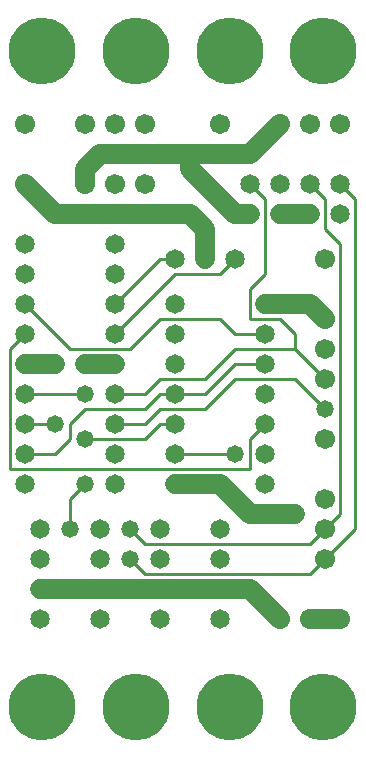
<source format=gbl>
%MOIN*%
%FSLAX25Y25*%
G04 D10 used for Character Trace; *
G04     Circle (OD=.01000) (No hole)*
G04 D11 used for Power Trace; *
G04     Circle (OD=.06700) (No hole)*
G04 D12 used for Signal Trace; *
G04     Circle (OD=.01100) (No hole)*
G04 D13 used for Via; *
G04     Circle (OD=.05800) (Round. Hole ID=.02800)*
G04 D14 used for Component hole; *
G04     Circle (OD=.06500) (Round. Hole ID=.03500)*
G04 D15 used for Component hole; *
G04     Circle (OD=.06700) (Round. Hole ID=.04300)*
G04 D16 used for Component hole; *
G04     Circle (OD=.08100) (Round. Hole ID=.05100)*
G04 D17 used for Component hole; *
G04     Circle (OD=.08900) (Round. Hole ID=.05900)*
G04 D18 used for Component hole; *
G04     Circle (OD=.11300) (Round. Hole ID=.08300)*
G04 D19 used for Component hole; *
G04     Circle (OD=.16000) (Round. Hole ID=.13000)*
G04 D20 used for Component hole; *
G04     Circle (OD=.18300) (Round. Hole ID=.15300)*
G04 D21 used for Component hole; *
G04     Circle (OD=.22291) (Round. Hole ID=.19291)*
%ADD10C,.01000*%
%ADD11C,.06700*%
%ADD12C,.01100*%
%ADD13C,.05800*%
%ADD14C,.06500*%
%ADD15C,.06700*%
%ADD16C,.08100*%
%ADD17C,.08900*%
%ADD18C,.11300*%
%ADD19C,.16000*%
%ADD20C,.18300*%
%ADD21C,.22291*%
%IPPOS*%
%LPD*%
G90*X0Y0D02*D21*X15625Y15625D03*D14*              
X35000Y45000D03*X15000D03*D21*X46875Y15625D03*D14*
X55000Y55000D03*D11*X35000D01*D14*D03*D11*        
X15000D01*D14*D03*Y65000D03*X35000Y75000D03*D13*  
X25000D03*D12*Y85000D01*X30000Y90000D01*D13*D03*  
D14*X40000Y100000D03*D12*X10000D02*X20000D01*D14* 
X10000D03*D12*X5000Y95000D02*X85000D01*Y105000D01*
X90000Y110000D01*D14*D03*D13*X80000Y100000D03*D12*
X60000D01*D14*D03*D13*X70000Y90000D03*D11*        
X60000D01*D14*D03*D11*X70000D02*X75000D01*        
X85000Y80000D01*X100000D01*D13*D03*D14*           
X90000Y90000D03*D15*X110000Y75000D03*D12*         
X105000Y70000D01*X50000D01*X45000Y75000D01*D13*   
D03*D14*X55000Y65000D03*X35000D03*X55000Y75000D03*
D13*X45000Y65000D03*D12*X50000Y60000D01*          
X105000D01*X110000Y65000D01*D15*D03*D12*          
X120000Y75000D01*Y185000D01*X115000Y190000D01*D14*
D03*D12*X110000Y175000D02*Y185000D01*             
X115000Y170000D02*X110000Y175000D01*              
X115000Y80000D02*Y170000D01*X110000Y75000D02*     
X115000Y80000D01*D15*X110000Y85000D03*D14*        
X90000Y100000D03*D11*X95000Y45000D02*             
X85000Y55000D01*D15*X95000Y45000D03*D11*          
X75000Y55000D02*X85000D01*D14*X75000D03*D11*      
X55000D01*D14*Y45000D03*X75000Y75000D03*Y45000D03*
Y65000D03*X40000Y90000D03*X15000Y75000D03*D21*    
X78125Y15625D03*D14*X10000Y90000D03*D12*          
X20000Y100000D02*X25000Y105000D01*Y110000D01*     
X30000Y115000D01*X50000D01*X55000Y120000D01*      
X60000D01*D14*D03*D12*X70000D01*X80000Y130000D01* 
X90000D01*D14*D03*D12*X100000Y135000D02*          
Y140000D01*X110000Y125000D02*X100000Y135000D01*   
D15*X110000Y125000D03*D12*X80000Y135000D02*       
X100000D01*X70000Y125000D02*X80000Y135000D01*     
X55000Y125000D02*X70000D01*X50000Y120000D02*      
X55000Y125000D01*X40000Y120000D02*X50000D01*D14*  
X40000D03*D12*Y110000D02*X50000D01*D14*X40000D03* 
D13*X30000Y120000D03*D12*X10000D01*D14*D03*D13*   
X20000Y110000D03*D12*X10000D01*D14*D03*D12*       
X5000Y95000D02*Y135000D01*X10000Y140000D01*D14*   
D03*D13*X20000Y130000D03*D11*X10000D01*D14*D03*   
D12*X25000Y135000D02*X45000D01*X55000Y145000D01*  
X75000D01*X80000Y140000D01*X90000D01*D14*D03*D12* 
X100000D02*X95000Y145000D01*X85000D01*Y155000D01* 
X90000Y160000D01*Y185000D01*X85000Y190000D01*D14* 
D03*X95000Y180000D03*D11*X105000D01*D14*D03*D12*  
X110000Y185000D02*X105000Y190000D01*D14*D03*      
X115000Y180000D03*X95000Y190000D03*D15*           
X115000Y210000D03*D11*X65000Y200000D02*X85000D01* 
D14*X65000D03*D11*Y195000D01*X80000Y180000D01*    
X85000D01*D14*D03*X70000Y165000D03*D11*Y175000D01*
X65000Y180000D01*D14*D03*D11*X20000D01*           
X10000Y190000D01*D15*D03*X30000Y210000D03*        
Y190000D03*D11*Y195000D01*X35000Y200000D01*       
X65000D01*D15*X75000Y210000D03*X50000D03*         
Y190000D03*D11*X85000Y200000D02*X95000Y210000D01* 
D15*D03*X105000D03*D21*X109375Y234375D03*         
X78125D03*D12*X40000Y150000D02*X55000Y165000D01*  
D14*X40000Y150000D03*Y160000D03*Y140000D03*D12*   
X60000Y160000D01*X75000D01*X80000Y165000D01*D14*  
D03*X90000Y150000D03*D11*X105000D01*              
X110000Y145000D01*D15*D03*Y135000D03*D12*         
Y115000D02*X100000Y125000D01*D13*                 
X110000Y115000D03*D12*X80000Y125000D02*X100000D01*
X70000Y115000D02*X80000Y125000D01*                
X55000Y115000D02*X70000D01*X50000Y110000D02*      
X55000Y115000D01*X50000Y105000D02*                
X55000Y110000D01*X30000Y105000D02*X50000D01*D13*  
X30000D03*D14*X40000Y130000D03*D11*X30000D01*D13* 
D03*D12*X25000Y135000D02*X10000Y150000D01*D14*D03*
Y160000D03*Y170000D03*X40000D03*D15*Y190000D03*   
D12*X55000Y110000D02*X60000D01*D14*D03*Y130000D03*
Y140000D03*X90000Y120000D03*X60000Y150000D03*D15* 
X110000Y105000D03*Y165000D03*D14*X60000D03*D12*   
X55000D01*D15*X10000Y210000D03*X40000D03*D21*     
X46875Y234375D03*X15625D03*D15*X105000Y45000D03*  
D11*X115000D01*D15*D03*D21*X109375Y15625D03*M02*  

</source>
